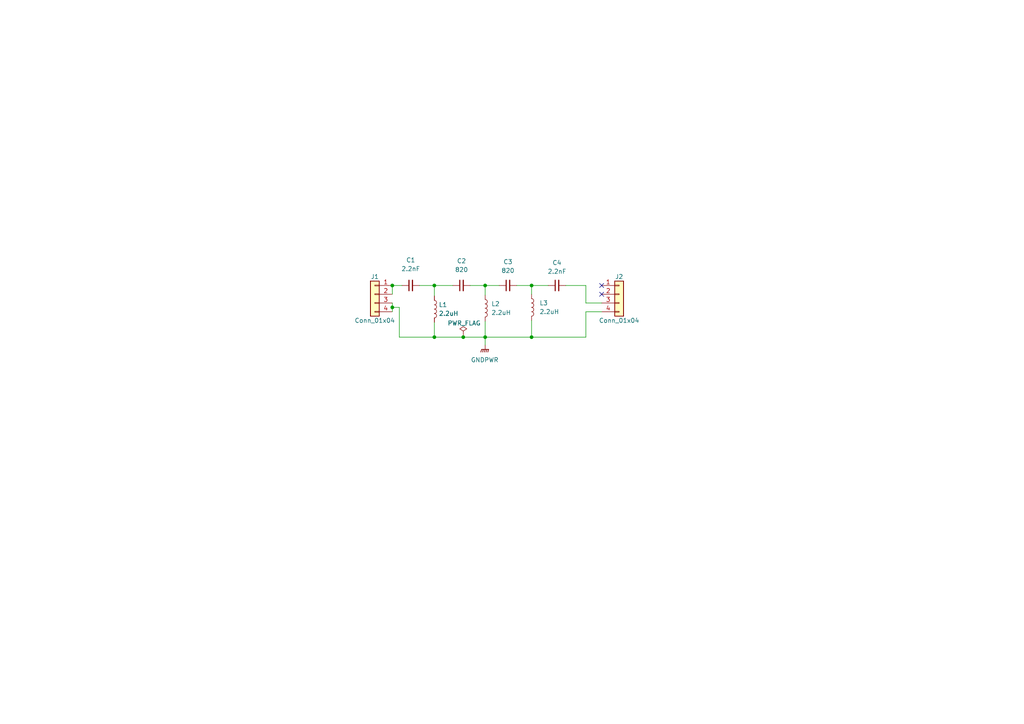
<source format=kicad_sch>
(kicad_sch (version 20211123) (generator eeschema)
  (paper "A4")
  (title_block (title "uSDX SDR TRX Multi Band Module") (rev "V1.00") (company "WB2CBA"))
  (lib_symbols
    (symbol "Connector_Generic:Conn_01x04" (pin_names (offset 1.016) hide)
      (property "Reference" "J" (at 0 5.08 0))
      (property "Value" "Conn_01x04" (at 0 -7.62 0))
      (symbol "Conn_01x04_1_1"
        (rectangle (start -1.27 -4.953) (end 0 -5.207) (stroke (width 0.1524)))
        (rectangle (start -1.27 -2.413) (end 0 -2.667) (stroke (width 0.1524)))
        (rectangle (start -1.27 0.127) (end 0 -0.127) (stroke (width 0.1524)))
        (rectangle (start -1.27 2.667) (end 0 2.413) (stroke (width 0.1524)))
        (rectangle (start -1.27 3.81) (end 1.27 -6.35) (stroke (width 0.254)) (fill (type background)))
        (pin passive line (at -5.08 2.54 0) (length 3.81) (name "Pin_1") (number "1"))
        (pin passive line (at -5.08 0 0) (length 3.81) (name "Pin_2") (number "2"))
        (pin passive line (at -5.08 -2.54 0) (length 3.81) (name "Pin_3") (number "3"))
        (pin passive line (at -5.08 -5.08 0) (length 3.81) (name "Pin_4") (number "4"))
      )
    )
    (symbol "Device:C_Small" (pin_numbers hide) (pin_names (offset 0.254) hide)
      (property "Reference" "C" (at 0.254 1.778 0))
      (property "Value" "C_Small" (at 0.254 -2.032 0))
      (symbol "C_Small_0_1"
        (polyline (pts (xy -1.524 -0.508) (xy 1.524 -0.508)) (stroke (width 0.3302)))
        (polyline (pts (xy -1.524 0.508) (xy 1.524 0.508)) (stroke (width 0.3048)))
      )
      (symbol "C_Small_1_1"
        (pin passive line (at 0 2.54 270) (length 2.032) (name "~") (number "1"))
        (pin passive line (at 0 -2.54 90) (length 2.032) (name "~") (number "2"))
      )
    )
    (symbol "Device:L" (pin_numbers hide) (pin_names (offset 1.016) hide)
      (property "Reference" "L" (at -1.27 0 90))
      (property "Value" "L" (at 1.905 0 90))
      (symbol "L_0_1"
        (arc (start 0 -2.54) (mid 0.635 -1.905) (end 0 -1.27))
        (arc (start 0 -1.27) (mid 0.635 -0.635) (end 0 0))
        (arc (start 0 0) (mid 0.635 0.635) (end 0 1.27))
        (arc (start 0 1.27) (mid 0.635 1.905) (end 0 2.54))
      )
      (symbol "L_1_1"
        (pin passive line (at 0 3.81 270) (length 1.27) (name "1") (number "1"))
        (pin passive line (at 0 -3.81 90) (length 1.27) (name "2") (number "2"))
      )
    )
    (symbol "power:GNDPWR" (power) (pin_names (offset 0))
      (property "Value" "GNDPWR" (at 0 -3.302 0))
      (symbol "GNDPWR_0_1"
        (polyline (pts (xy 0 -1.27) (xy 0 0)))
        (polyline (pts (xy -1.016 -1.27) (xy -1.27 -2.032) (xy -1.27 -2.032)) (stroke (width 0.2032)))
        (polyline (pts (xy -0.508 -1.27) (xy -0.762 -2.032) (xy -0.762 -2.032)) (stroke (width 0.2032)))
        (polyline (pts (xy 0 -1.27) (xy -0.254 -2.032) (xy -0.254 -2.032)) (stroke (width 0.2032)))
        (polyline (pts (xy 0.508 -1.27) (xy 0.254 -2.032) (xy 0.254 -2.032)) (stroke (width 0.2032)))
        (polyline (pts (xy 1.016 -1.27) (xy -1.016 -1.27) (xy -1.016 -1.27)) (stroke (width 0.2032)))
        (polyline (pts (xy 1.016 -1.27) (xy 0.762 -2.032) (xy 0.762 -2.032) (xy 0.762 -2.032)) (stroke (width 0.2032)))
      )
      (symbol "GNDPWR_1_1"
        (pin power_in line (at 0 0 270) (length 0) hide (name "GNDPWR") (number "1"))
      )
    )
    (symbol "power:PWR_FLAG" (power) (pin_numbers hide) (pin_names (offset 0) hide)
      (property "Value" "PWR_FLAG" (at 0 3.81 0))
      (symbol "PWR_FLAG_0_0"
        (pin power_out line (at 0 0 90) (length 0) (name "pwr") (number "1"))
      )
      (symbol "PWR_FLAG_0_1"
        (polyline (pts (xy 0 0) (xy 0 1.27) (xy -1.016 1.905) (xy 0 2.54) (xy 1.016 1.905) (xy 0 1.27)))
      )
    )
  )
  (junction (at 113.792 89.154))
  (junction (at 140.716 82.804))
  (junction (at 154.178 82.804))
  (junction (at 125.984 97.79))
  (junction (at 154.178 97.79))
  (junction (at 134.366 97.79))
  (junction (at 125.984 82.804))
  (junction (at 140.716 97.79))
  (junction (at 113.792 82.804))
  (no_connect (at 174.498 82.804))
  (no_connect (at 174.498 85.344))
  (wire (pts (xy 140.716 82.804) (xy 140.716 85.598)))
  (wire (pts (xy 125.984 97.79) (xy 115.824 97.79)))
  (wire (pts (xy 169.926 82.804) (xy 169.926 87.884)))
  (wire (pts (xy 154.178 97.79) (xy 169.926 97.79)))
  (wire (pts (xy 154.178 82.804) (xy 159.004 82.804)))
  (wire (pts (xy 140.716 97.79) (xy 140.716 93.218)))
  (wire (pts (xy 121.666 82.804) (xy 125.984 82.804)))
  (wire (pts (xy 140.716 97.79) (xy 140.716 100.076)))
  (wire (pts (xy 136.398 82.804) (xy 140.716 82.804)))
  (wire (pts (xy 134.366 97.79) (xy 140.716 97.79)))
  (wire (pts (xy 115.824 89.154) (xy 113.792 89.154)))
  (wire (pts (xy 149.86 82.804) (xy 154.178 82.804)))
  (wire (pts (xy 125.984 82.804) (xy 131.318 82.804)))
  (wire (pts (xy 113.792 87.884) (xy 113.792 89.154)))
  (wire (pts (xy 169.926 97.79) (xy 169.926 90.424)))
  (wire (pts (xy 113.792 82.804) (xy 116.586 82.804)))
  (wire (pts (xy 125.984 97.79) (xy 134.366 97.79)))
  (wire (pts (xy 140.716 82.804) (xy 144.78 82.804)))
  (wire (pts (xy 154.178 92.964) (xy 154.178 97.79)))
  (wire (pts (xy 169.926 90.424) (xy 174.498 90.424)))
  (wire (pts (xy 125.984 93.472) (xy 125.984 97.79)))
  (wire (pts (xy 164.084 82.804) (xy 169.926 82.804)))
  (wire (pts (xy 115.824 97.79) (xy 115.824 89.154)))
  (wire (pts (xy 113.792 89.154) (xy 113.792 90.424)))
  (wire (pts (xy 125.984 85.852) (xy 125.984 82.804)))
  (wire (pts (xy 134.366 97.282) (xy 134.366 97.79)))
  (wire (pts (xy 113.792 85.344) (xy 113.792 82.804)))
  (wire (pts (xy 169.926 87.884) (xy 174.498 87.884)))
  (wire (pts (xy 154.178 82.804) (xy 154.178 85.344)))
  (wire (pts (xy 154.178 97.79) (xy 140.716 97.79)))
  (symbol (lib_id "Connector_Generic:Conn_01x04") (at 179.578 85.344 0) (unit 1)
    (property "Reference" "J2" (at 179.578 80.264 0))
    (property "Value" "Conn_01x04" (at 179.578 92.964 0))
    (property "Footprint" "digikey-footprints:PinHeader_1x4_P2.54mm_Drill1.02mm" (effects hide))
    (property "Digi-Key_PN" "WM4202-ND" (effects hide))
    (property "MPN" "0022232041" (effects hide))
    (property "Category" "Connectors, Interconnects" (effects hide))
    (property "Family" "Rectangular Connectors - Headers, Male Pins" (effects hide))
    (property "DK_Datasheet_Link" "https://www.molex.com/pdm_docs/sd/022232041_sd.pdf" (effects hide))
    (property "DK_Detail_Page" "/product-detail/en/molex/0022232041/WM4202-ND/26671" (effects hide))
    (property "Description" "CONN HEADER VERT 4POS 2.54MM" (effects hide))
    (property "Manufacturer" "Molex" (effects hide))
    (property "Status" "Active" (effects hide))
  )
  (symbol (lib_id "Connector_Generic:Conn_01x04") (at 108.712 85.344 0) (mirror y) (unit 1)
    (property "Reference" "J1" (at 108.712 80.264 0))
    (property "Value" "Conn_01x04" (at 108.712 92.964 0))
    (property "Footprint" "digikey-footprints:PinHeader_1x4_P2.54mm_Drill1.02mm" (effects hide))
    (property "Digi-Key_PN" "WM4202-ND" (effects hide))
    (property "MPN" "0022232041" (effects hide))
    (property "Category" "Connectors, Interconnects" (effects hide))
    (property "Family" "Rectangular Connectors - Headers, Male Pins" (effects hide))
    (property "DK_Datasheet_Link" "https://www.molex.com/pdm_docs/sd/022232041_sd.pdf" (effects hide))
    (property "DK_Detail_Page" "/product-detail/en/molex/0022232041/WM4202-ND/26671" (effects hide))
    (property "Description" "CONN HEADER VERT 4POS 2.54MM" (effects hide))
    (property "Manufacturer" "Molex" (effects hide))
    (property "Status" "Active" (effects hide))
  )
  (symbol (lib_id "Device:C_Small") (at 147.32 82.804 90) (unit 1)
    (property "Reference" "C3" (at 147.3263 75.946 90))
    (property "Value" "820" (at 147.3263 78.486 90))
    (property "Footprint" "Capacitor_THT:C_Disc_D3.0mm_W1.6mm_P2.50mm" (effects hide))
  )
  (symbol (lib_id "Device:C_Small") (at 161.544 82.804 90) (unit 1)
    (property "Reference" "C4" (at 161.5503 76.2 90))
    (property "Value" "2.2nF" (at 161.5503 78.74 90))
    (property "Footprint" "Capacitor_THT:C_Disc_D3.0mm_W1.6mm_P2.50mm" (effects hide))
  )
  (symbol (lib_id "Device:L") (at 125.984 89.662 0) (unit 1)
    (property "Reference" "L1" (at 127.254 88.3919 0) (effects (justify left)))
    (property "Value" "2.2uH" (at 127.254 90.9319 0) (effects (justify left)))
    (property "Footprint" "Resistor_THT:R_Axial_DIN0204_L3.6mm_D1.6mm_P1.90mm_Vertical" (effects hide))
  )
  (symbol (lib_id "Device:C_Small") (at 133.858 82.804 90) (unit 1)
    (property "Reference" "C2" (at 133.8643 75.692 90))
    (property "Value" "820" (at 133.8643 78.232 90))
    (property "Footprint" "Capacitor_THT:C_Disc_D3.0mm_W1.6mm_P2.50mm" (effects hide))
  )
  (symbol (lib_id "Device:L") (at 154.178 89.154 0) (unit 1)
    (property "Reference" "L3" (at 156.464 87.8839 0) (effects (justify left)))
    (property "Value" "2.2uH" (at 156.464 90.4239 0) (effects (justify left)))
    (property "Footprint" "Resistor_THT:R_Axial_DIN0204_L3.6mm_D1.6mm_P1.90mm_Vertical" (effects hide))
  )
  (symbol (lib_id "Device:C_Small") (at 119.126 82.804 90) (unit 1)
    (property "Reference" "C1" (at 119.1323 75.438 90))
    (property "Value" "2.2nF" (at 119.1323 77.978 90))
    (property "Footprint" "Capacitor_THT:C_Disc_D3.0mm_W1.6mm_P2.50mm" (effects hide))
  )
  (symbol (lib_id "power:PWR_FLAG") (at 134.366 97.282 0) (unit 1)
    (property "Reference" "#FLG01" (effects hide))
    (property "Value" "PWR_FLAG" (at 134.62 93.726 0))
  )
  (symbol (lib_id "Device:L") (at 140.716 89.408 0) (unit 1)
    (property "Reference" "L2" (at 142.494 88.1379 0) (effects (justify left)))
    (property "Value" "2.2uH" (at 142.494 90.6779 0) (effects (justify left)))
    (property "Footprint" "Resistor_THT:R_Axial_DIN0204_L3.6mm_D1.6mm_P1.90mm_Vertical" (effects hide))
  )
  (symbol (lib_id "power:GNDPWR") (at 140.716 100.076 0) (unit 1)
    (property "Reference" "#PWR01" (effects hide))
    (property "Value" "GNDPWR" (at 140.589 104.394 0))
  )
)
</source>
